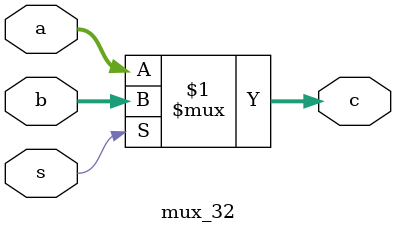
<source format=v>
`timescale 1ns / 1ps


module mux_32(a, b, s, c);
    input [31:0] a, b;
    input s;
    
    output [31:0] c;
    
    assign c = (s ? b : a);
endmodule
</source>
